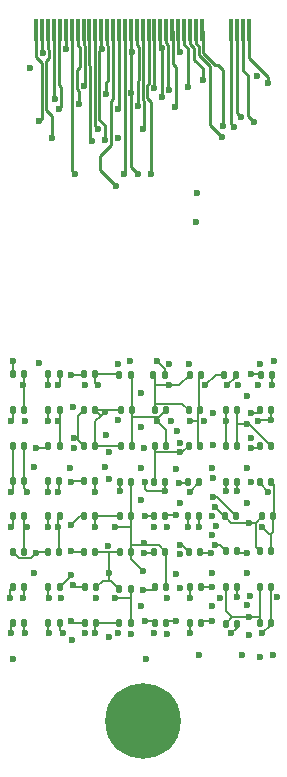
<source format=gbr>
%TF.GenerationSoftware,KiCad,Pcbnew,7.0.5*%
%TF.CreationDate,2023-09-01T16:08:52-05:00*%
%TF.ProjectId,Chimera_0004_Aurora,4368696d-6572-4615-9f30-3030345f4175,rev?*%
%TF.SameCoordinates,Original*%
%TF.FileFunction,Copper,L4,Bot*%
%TF.FilePolarity,Positive*%
%FSLAX46Y46*%
G04 Gerber Fmt 4.6, Leading zero omitted, Abs format (unit mm)*
G04 Created by KiCad (PCBNEW 7.0.5) date 2023-09-01 16:08:52*
%MOMM*%
%LPD*%
G01*
G04 APERTURE LIST*
G04 Aperture macros list*
%AMRoundRect*
0 Rectangle with rounded corners*
0 $1 Rounding radius*
0 $2 $3 $4 $5 $6 $7 $8 $9 X,Y pos of 4 corners*
0 Add a 4 corners polygon primitive as box body*
4,1,4,$2,$3,$4,$5,$6,$7,$8,$9,$2,$3,0*
0 Add four circle primitives for the rounded corners*
1,1,$1+$1,$2,$3*
1,1,$1+$1,$4,$5*
1,1,$1+$1,$6,$7*
1,1,$1+$1,$8,$9*
0 Add four rect primitives between the rounded corners*
20,1,$1+$1,$2,$3,$4,$5,0*
20,1,$1+$1,$4,$5,$6,$7,0*
20,1,$1+$1,$6,$7,$8,$9,0*
20,1,$1+$1,$8,$9,$2,$3,0*%
G04 Aperture macros list end*
%TA.AperFunction,ConnectorPad*%
%ADD10C,6.400000*%
%TD*%
%TA.AperFunction,ComponentPad*%
%ADD11C,3.600000*%
%TD*%
%TA.AperFunction,SMDPad,CuDef*%
%ADD12RoundRect,0.140000X-0.140000X-0.170000X0.140000X-0.170000X0.140000X0.170000X-0.140000X0.170000X0*%
%TD*%
%TA.AperFunction,SMDPad,CuDef*%
%ADD13RoundRect,0.140000X0.140000X0.170000X-0.140000X0.170000X-0.140000X-0.170000X0.140000X-0.170000X0*%
%TD*%
%TA.AperFunction,SMDPad,CuDef*%
%ADD14R,0.350000X1.950000*%
%TD*%
%TA.AperFunction,ViaPad*%
%ADD15C,0.600000*%
%TD*%
%TA.AperFunction,Conductor*%
%ADD16C,0.152400*%
%TD*%
%TA.AperFunction,Conductor*%
%ADD17C,0.254000*%
%TD*%
G04 APERTURE END LIST*
D10*
%TO.P,H1,1*%
%TO.N,N/C*%
X112500000Y-149900000D03*
D11*
X112500000Y-149900000D03*
%TD*%
D12*
%TO.P,C70,2*%
%TO.N,+5V*%
X114480000Y-141600000D03*
%TO.P,C70,1*%
%TO.N,GND*%
X113520000Y-141600000D03*
%TD*%
%TO.P,C69,2*%
%TO.N,+5V*%
X117480000Y-141600000D03*
%TO.P,C69,1*%
%TO.N,GND*%
X116520000Y-141600000D03*
%TD*%
%TO.P,C66,1*%
%TO.N,GND*%
X122420000Y-141600000D03*
%TO.P,C66,2*%
%TO.N,+5V*%
X123380000Y-141600000D03*
%TD*%
%TO.P,C65,1*%
%TO.N,GND*%
X110520000Y-141600000D03*
%TO.P,C65,2*%
%TO.N,+5V*%
X111480000Y-141600000D03*
%TD*%
%TO.P,C63,1*%
%TO.N,GND*%
X119520000Y-141700000D03*
%TO.P,C63,2*%
%TO.N,+5V*%
X120480000Y-141700000D03*
%TD*%
%TO.P,C62,2*%
%TO.N,+5V*%
X123480000Y-120600000D03*
%TO.P,C62,1*%
%TO.N,GND*%
X122520000Y-120600000D03*
%TD*%
%TO.P,C61,2*%
%TO.N,+5V*%
X123380000Y-123600000D03*
%TO.P,C61,1*%
%TO.N,GND*%
X122420000Y-123600000D03*
%TD*%
%TO.P,C59,2*%
%TO.N,+5V*%
X123380000Y-126600000D03*
%TO.P,C59,1*%
%TO.N,GND*%
X122420000Y-126600000D03*
%TD*%
%TO.P,C58,1*%
%TO.N,GND*%
X122420000Y-129700000D03*
%TO.P,C58,2*%
%TO.N,+5V*%
X123380000Y-129700000D03*
%TD*%
%TO.P,C57,1*%
%TO.N,GND*%
X122620000Y-132600000D03*
%TO.P,C57,2*%
%TO.N,+5V*%
X123580000Y-132600000D03*
%TD*%
%TO.P,C55,1*%
%TO.N,GND*%
X122420000Y-135500000D03*
%TO.P,C55,2*%
%TO.N,+5V*%
X123380000Y-135500000D03*
%TD*%
%TO.P,C54,1*%
%TO.N,GND*%
X122420000Y-138600000D03*
%TO.P,C54,2*%
%TO.N,+5V*%
X123380000Y-138600000D03*
%TD*%
%TO.P,C53,1*%
%TO.N,GND*%
X119420000Y-120600000D03*
%TO.P,C53,2*%
%TO.N,+5V*%
X120380000Y-120600000D03*
%TD*%
%TO.P,C51,1*%
%TO.N,GND*%
X119550000Y-123600000D03*
%TO.P,C51,2*%
%TO.N,+5V*%
X120510000Y-123600000D03*
%TD*%
%TO.P,C50,2*%
%TO.N,+5V*%
X120510000Y-126600000D03*
%TO.P,C50,1*%
%TO.N,GND*%
X119550000Y-126600000D03*
%TD*%
%TO.P,C49,2*%
%TO.N,+5V*%
X120510000Y-129700000D03*
%TO.P,C49,1*%
%TO.N,GND*%
X119550000Y-129700000D03*
%TD*%
%TO.P,C48,2*%
%TO.N,+5V*%
X120400000Y-132600000D03*
%TO.P,C48,1*%
%TO.N,GND*%
X119440000Y-132600000D03*
%TD*%
%TO.P,C47,2*%
%TO.N,+5V*%
X120510000Y-135500000D03*
%TO.P,C47,1*%
%TO.N,GND*%
X119550000Y-135500000D03*
%TD*%
%TO.P,C46,2*%
%TO.N,+5V*%
X120480000Y-138600000D03*
%TO.P,C46,1*%
%TO.N,GND*%
X119520000Y-138600000D03*
%TD*%
%TO.P,C45,1*%
%TO.N,GND*%
X116520000Y-120600000D03*
%TO.P,C45,2*%
%TO.N,+5V*%
X117480000Y-120600000D03*
%TD*%
%TO.P,C44,1*%
%TO.N,GND*%
X116390000Y-123600000D03*
%TO.P,C44,2*%
%TO.N,+5V*%
X117350000Y-123600000D03*
%TD*%
%TO.P,C43,1*%
%TO.N,GND*%
X116420000Y-126600000D03*
%TO.P,C43,2*%
%TO.N,+5V*%
X117380000Y-126600000D03*
%TD*%
%TO.P,C42,2*%
%TO.N,+5V*%
X117280000Y-129700000D03*
%TO.P,C42,1*%
%TO.N,GND*%
X116320000Y-129700000D03*
%TD*%
%TO.P,C41,2*%
%TO.N,+5V*%
X117280000Y-132600000D03*
%TO.P,C41,1*%
%TO.N,GND*%
X116320000Y-132600000D03*
%TD*%
%TO.P,C40,2*%
%TO.N,+5V*%
X117380000Y-135600000D03*
%TO.P,C40,1*%
%TO.N,GND*%
X116420000Y-135600000D03*
%TD*%
%TO.P,C39,2*%
%TO.N,+5V*%
X117430000Y-138570000D03*
%TO.P,C39,1*%
%TO.N,GND*%
X116470000Y-138570000D03*
%TD*%
%TO.P,C38,1*%
%TO.N,GND*%
X113420000Y-120600000D03*
%TO.P,C38,2*%
%TO.N,+5V*%
X114380000Y-120600000D03*
%TD*%
%TO.P,C37,1*%
%TO.N,GND*%
X113520000Y-123600000D03*
%TO.P,C37,2*%
%TO.N,+5V*%
X114480000Y-123600000D03*
%TD*%
%TO.P,C36,1*%
%TO.N,GND*%
X113550000Y-126600000D03*
%TO.P,C36,2*%
%TO.N,+5V*%
X114510000Y-126600000D03*
%TD*%
%TO.P,C35,2*%
%TO.N,+5V*%
X114410000Y-129700000D03*
%TO.P,C35,1*%
%TO.N,GND*%
X113450000Y-129700000D03*
%TD*%
%TO.P,C34,2*%
%TO.N,+5V*%
X114410000Y-132600000D03*
%TO.P,C34,1*%
%TO.N,GND*%
X113450000Y-132600000D03*
%TD*%
%TO.P,C33,2*%
%TO.N,+5V*%
X114410000Y-135600000D03*
%TO.P,C33,1*%
%TO.N,GND*%
X113450000Y-135600000D03*
%TD*%
%TO.P,C32,2*%
%TO.N,+5V*%
X114480000Y-138570000D03*
%TO.P,C32,1*%
%TO.N,GND*%
X113520000Y-138570000D03*
%TD*%
%TO.P,C31,1*%
%TO.N,GND*%
X110520000Y-120600000D03*
%TO.P,C31,2*%
%TO.N,+5V*%
X111480000Y-120600000D03*
%TD*%
%TO.P,C30,1*%
%TO.N,GND*%
X110650000Y-123600000D03*
%TO.P,C30,2*%
%TO.N,+5V*%
X111610000Y-123600000D03*
%TD*%
%TO.P,C29,1*%
%TO.N,GND*%
X110680000Y-126600000D03*
%TO.P,C29,2*%
%TO.N,+5V*%
X111640000Y-126600000D03*
%TD*%
%TO.P,C28,2*%
%TO.N,+5V*%
X111540000Y-129700000D03*
%TO.P,C28,1*%
%TO.N,GND*%
X110580000Y-129700000D03*
%TD*%
%TO.P,C27,2*%
%TO.N,+5V*%
X111540000Y-132600000D03*
%TO.P,C27,1*%
%TO.N,GND*%
X110580000Y-132600000D03*
%TD*%
%TO.P,C26,2*%
%TO.N,+5V*%
X111540000Y-135600000D03*
%TO.P,C26,1*%
%TO.N,GND*%
X110580000Y-135600000D03*
%TD*%
%TO.P,C25,2*%
%TO.N,+5V*%
X111480000Y-138750000D03*
%TO.P,C25,1*%
%TO.N,GND*%
X110520000Y-138750000D03*
%TD*%
D13*
%TO.P,C7,1*%
%TO.N,GND*%
X102480000Y-138600000D03*
%TO.P,C7,2*%
%TO.N,+5V*%
X101520000Y-138600000D03*
%TD*%
%TO.P,C2,1*%
%TO.N,GND*%
X102480000Y-123600000D03*
%TO.P,C2,2*%
%TO.N,+5V*%
X101520000Y-123600000D03*
%TD*%
%TO.P,C4,1*%
%TO.N,GND*%
X102480000Y-129600000D03*
%TO.P,C4,2*%
%TO.N,+5V*%
X101520000Y-129600000D03*
%TD*%
%TO.P,C5,1*%
%TO.N,GND*%
X102480000Y-132600000D03*
%TO.P,C5,2*%
%TO.N,+5V*%
X101520000Y-132600000D03*
%TD*%
%TO.P,C6,1*%
%TO.N,GND*%
X102480000Y-135600000D03*
%TO.P,C6,2*%
%TO.N,+5V*%
X101520000Y-135600000D03*
%TD*%
%TO.P,C22,2*%
%TO.N,+5V*%
X107520000Y-135600000D03*
%TO.P,C22,1*%
%TO.N,GND*%
X108480000Y-135600000D03*
%TD*%
%TO.P,C10,2*%
%TO.N,+5V*%
X104520000Y-123600000D03*
%TO.P,C10,1*%
%TO.N,GND*%
X105480000Y-123600000D03*
%TD*%
%TO.P,C20,2*%
%TO.N,+5V*%
X107520000Y-129600000D03*
%TO.P,C20,1*%
%TO.N,GND*%
X108480000Y-129600000D03*
%TD*%
%TO.P,C1,1*%
%TO.N,GND*%
X102480000Y-120550000D03*
%TO.P,C1,2*%
%TO.N,+5V*%
X101520000Y-120550000D03*
%TD*%
%TO.P,C3,1*%
%TO.N,GND*%
X102480000Y-126600000D03*
%TO.P,C3,2*%
%TO.N,+5V*%
X101520000Y-126600000D03*
%TD*%
%TO.P,C9,2*%
%TO.N,+5V*%
X104520000Y-120550000D03*
%TO.P,C9,1*%
%TO.N,GND*%
X105480000Y-120550000D03*
%TD*%
%TO.P,C11,2*%
%TO.N,+5V*%
X104520000Y-126600000D03*
%TO.P,C11,1*%
%TO.N,GND*%
X105480000Y-126600000D03*
%TD*%
%TO.P,C12,2*%
%TO.N,+5V*%
X104475200Y-129600000D03*
%TO.P,C12,1*%
%TO.N,GND*%
X105435200Y-129600000D03*
%TD*%
%TO.P,C13,2*%
%TO.N,+5V*%
X104520000Y-132600000D03*
%TO.P,C13,1*%
%TO.N,GND*%
X105480000Y-132600000D03*
%TD*%
%TO.P,C14,2*%
%TO.N,+5V*%
X104475200Y-135600000D03*
%TO.P,C14,1*%
%TO.N,GND*%
X105435200Y-135600000D03*
%TD*%
%TO.P,C15,2*%
%TO.N,+5V*%
X104520000Y-138600000D03*
%TO.P,C15,1*%
%TO.N,GND*%
X105480000Y-138600000D03*
%TD*%
%TO.P,C17,2*%
%TO.N,+5V*%
X107520000Y-120550000D03*
%TO.P,C17,1*%
%TO.N,GND*%
X108480000Y-120550000D03*
%TD*%
%TO.P,C19,2*%
%TO.N,+5V*%
X107520000Y-126600000D03*
%TO.P,C19,1*%
%TO.N,GND*%
X108480000Y-126600000D03*
%TD*%
%TO.P,C18,2*%
%TO.N,+5V*%
X107520000Y-123600000D03*
%TO.P,C18,1*%
%TO.N,GND*%
X108480000Y-123600000D03*
%TD*%
%TO.P,C16,2*%
%TO.N,+5V*%
X104520000Y-141600000D03*
%TO.P,C16,1*%
%TO.N,GND*%
X105480000Y-141600000D03*
%TD*%
%TO.P,C21,2*%
%TO.N,+5V*%
X107520000Y-132600000D03*
%TO.P,C21,1*%
%TO.N,GND*%
X108480000Y-132600000D03*
%TD*%
%TO.P,C23,2*%
%TO.N,+5V*%
X107605200Y-138600000D03*
%TO.P,C23,1*%
%TO.N,GND*%
X108565200Y-138600000D03*
%TD*%
%TO.P,C8,1*%
%TO.N,GND*%
X102480000Y-141600000D03*
%TO.P,C8,2*%
%TO.N,+5V*%
X101520000Y-141600000D03*
%TD*%
%TO.P,C24,2*%
%TO.N,+5V*%
X107605200Y-141600000D03*
%TO.P,C24,1*%
%TO.N,GND*%
X108565200Y-141600000D03*
%TD*%
D14*
%TO.P,U2,2,1*%
%TO.N,Net-(CN1-1-Pad73)*%
X103500000Y-91425000D03*
%TO.P,U2,4,1*%
%TO.N,Net-(CN1-1-Pad71)*%
X104000000Y-91425000D03*
%TO.P,U2,6,1*%
%TO.N,Net-(CN1-1-Pad69)*%
X104500000Y-91425000D03*
%TO.P,U2,8,1*%
%TO.N,Net-(CN1-1-Pad67)*%
X105000000Y-91425000D03*
%TO.P,U2,10,1*%
%TO.N,Net-(CN1-1-Pad66)*%
X105500000Y-91425000D03*
%TO.P,U2,12,12*%
%TO.N,Net-(CN1-20-Pad63)*%
X106000000Y-91425000D03*
%TO.P,U2,14,14*%
%TO.N,Net-(CN1-20-Pad61)*%
X106500000Y-91425000D03*
%TO.P,U2,16,16*%
%TO.N,Net-(CN1-20-Pad59)*%
X107000000Y-91425000D03*
%TO.P,U2,18,18*%
%TO.N,Net-(CN1-20-Pad57)*%
X107500000Y-91425000D03*
%TO.P,U2,20,20*%
%TO.N,Net-(CN1-20-Pad55)*%
X108000000Y-91425000D03*
%TO.P,U2,22,20*%
%TO.N,Net-(CN1-20-Pad53)*%
X108500000Y-91425000D03*
%TO.P,U2,24,20*%
%TO.N,Net-(CN1-20-Pad51)*%
X109000000Y-91425000D03*
%TO.P,U2,26,20*%
%TO.N,Net-(CN1-20-Pad49)*%
X109500000Y-91425000D03*
%TO.P,U2,28,20*%
%TO.N,LED_DI*%
X110000000Y-91425000D03*
%TO.P,U2,30,20*%
%TO.N,Net-(CN1-20-Pad45)*%
X110500000Y-91425000D03*
%TO.P,U2,32,20*%
%TO.N,Net-(CN1-20-Pad43)*%
X111000000Y-91425000D03*
%TO.P,U2,34,20*%
%TO.N,Net-(CN1-20-Pad41)*%
X111500000Y-91425000D03*
%TO.P,U2,36,20*%
%TO.N,Net-(CN1-20-Pad39)*%
X112000000Y-91425000D03*
%TO.P,U2,38,20*%
%TO.N,Net-(CN1-20-Pad37)*%
X112500000Y-91425000D03*
%TO.P,U2,40,20*%
%TO.N,Net-(CN1-20-Pad35)*%
X113000000Y-91425000D03*
%TO.P,U2,42,20*%
%TO.N,Net-(CN1-20-Pad33)*%
X113500000Y-91425000D03*
%TO.P,U2,44,20*%
%TO.N,Net-(CN1-20-Pad31)*%
X114000000Y-91425000D03*
%TO.P,U2,46,20*%
%TO.N,Net-(CN1-20-Pad29)*%
X114500000Y-91425000D03*
%TO.P,U2,48,20*%
%TO.N,Net-(CN1-20-Pad27)*%
X115000000Y-91425000D03*
%TO.P,U2,50,20*%
%TO.N,Net-(CN1-20-Pad25)*%
X115500000Y-91425000D03*
%TO.P,U2,52,20*%
%TO.N,Net-(CN1-20-Pad23)*%
X116000000Y-91425000D03*
%TO.P,U2,54,20*%
%TO.N,Net-(CN1-20-Pad21)*%
X116500000Y-91425000D03*
%TO.P,U2,56,20*%
%TO.N,Net-(CN1-1-Pad11)*%
X117000000Y-91425000D03*
%TO.P,U2,58,20*%
%TO.N,Net-(CN1-1-Pad9)*%
X117500000Y-91425000D03*
%TO.P,U2,68,1*%
%TO.N,Net-(CN1-1-Pad7)*%
X120000000Y-91425000D03*
%TO.P,U2,70,1*%
%TO.N,Net-(CN1-1-Pad5)*%
X120500000Y-91425000D03*
%TO.P,U2,72,1*%
%TO.N,Net-(CN1-1-Pad3)*%
X121000000Y-91425000D03*
%TO.P,U2,74,1*%
%TO.N,+3V3*%
X121500000Y-91425000D03*
%TD*%
D15*
%TO.N,LED_DO*%
X122400000Y-144500000D03*
X110400000Y-100600000D03*
%TO.N,+5V*%
X117100000Y-105200000D03*
X117000000Y-107700000D03*
%TO.N,Net-(LED56-DO)*%
X121500000Y-142672900D03*
X123645300Y-119459600D03*
%TO.N,Net-(LED50-DO)*%
X119047200Y-139500000D03*
X120552900Y-121502800D03*
%TO.N,Net-(LED41-DO)*%
X115443500Y-125400000D03*
X112750000Y-144702800D03*
%TO.N,Net-(LED34-DO)*%
X115649000Y-131449900D03*
X118344000Y-132565000D03*
%TO.N,Net-(LED32-DO)*%
X109650000Y-142827700D03*
X114740700Y-119692500D03*
%TO.N,Net-(LED26-DO)*%
X107600000Y-142500000D03*
X111455800Y-119459600D03*
%TO.N,Net-(LED18-DO)*%
X106533300Y-143100000D03*
X107600000Y-121500000D03*
%TO.N,Net-(LED10-DO)*%
X103750600Y-119599400D03*
X101514200Y-144702800D03*
%TO.N,LED_DI*%
X110250000Y-104607100D03*
%TO.N,Net-(CN1-20-Pad31)*%
X114156000Y-97054400D03*
X114125000Y-92928000D03*
%TO.N,Net-(CN1-20-Pad29)*%
X114748000Y-96463100D03*
%TO.N,Net-(CN1-1-Pad9)*%
X119343000Y-99507100D03*
%TO.N,Net-(CN1-20-Pad63)*%
X105985000Y-93010900D03*
%TO.N,Net-(CN1-1-Pad7)*%
X120251000Y-99629000D03*
%TO.N,Net-(CN1-1-Pad67)*%
X105045000Y-97221400D03*
%TO.N,Net-(CN1-20-Pad61)*%
X106750000Y-103598000D03*
%TO.N,Net-(CN1-20-Pad59)*%
X107144000Y-97644100D03*
%TO.N,Net-(CN1-20-Pad57)*%
X107524000Y-96199400D03*
%TO.N,Net-(CN1-20-Pad55)*%
X108174000Y-100800000D03*
%TO.N,Net-(CN1-20-Pad53)*%
X108696500Y-99795501D03*
%TO.N,Net-(CN1-20-Pad51)*%
X109283500Y-100700000D03*
X109038000Y-92998700D03*
%TO.N,Net-(CN1-20-Pad49)*%
X109404000Y-96835300D03*
%TO.N,Net-(CN1-20-Pad45)*%
X110400000Y-98100000D03*
%TO.N,Net-(CN1-20-Pad43)*%
X110951000Y-103640000D03*
%TO.N,+3V3*%
X123100000Y-95900000D03*
%TO.N,Net-(CN1-20-Pad41)*%
X111635000Y-93248200D03*
X111556000Y-96746600D03*
X112109000Y-103629000D03*
%TO.N,Net-(CN1-1-Pad73)*%
X103768000Y-99155600D03*
%TO.N,Net-(CN1-1-Pad71)*%
X104045000Y-93369500D03*
%TO.N,Net-(CN1-1-Pad69)*%
X104817000Y-100573000D03*
%TO.N,Net-(CN1-20-Pad39)*%
X112085000Y-97876300D03*
%TO.N,Net-(CN1-1-Pad5)*%
X120831000Y-98800000D03*
%TO.N,Net-(CN1-20-Pad37)*%
X112519000Y-99831700D03*
%TO.N,Net-(CN1-20-Pad35)*%
X113250000Y-103607000D03*
%TO.N,Net-(CN1-20-Pad33)*%
X113453000Y-96299800D03*
%TO.N,Net-(CN1-1-Pad66)*%
X105453500Y-98100000D03*
%TO.N,Net-(CN1-20-Pad27)*%
X115250000Y-97947800D03*
%TO.N,Net-(CN1-20-Pad25)*%
X115631000Y-93269900D03*
%TO.N,Net-(CN1-20-Pad23)*%
X116306000Y-96281400D03*
%TO.N,Net-(CN1-20-Pad21)*%
X117612000Y-95617700D03*
%TO.N,Net-(CN1-1-Pad11)*%
X119196000Y-100500000D03*
%TO.N,Net-(CN1-1-Pad3)*%
X121900000Y-99200000D03*
%TO.N,+5V*%
X101305000Y-139500000D03*
X101353400Y-142500000D03*
X103500000Y-135743400D03*
X104450000Y-133500000D03*
X106450000Y-135556500D03*
X106450000Y-129652200D03*
X106605600Y-138414100D03*
X106450000Y-141454700D03*
X106450000Y-133313100D03*
X106666600Y-125971500D03*
X101491900Y-119459600D03*
X101355000Y-133500000D03*
X101355000Y-130500000D03*
X101355000Y-124500000D03*
X113700000Y-124500000D03*
X113700000Y-119459600D03*
X116500000Y-124500000D03*
X119650000Y-121500000D03*
X122598200Y-133500400D03*
X119999800Y-142500000D03*
X122648100Y-142500000D03*
X104560900Y-142500000D03*
X106450000Y-120667800D03*
X104612200Y-139490200D03*
X104450000Y-130500000D03*
X103500000Y-126784000D03*
X104450000Y-121500000D03*
X104450000Y-124500000D03*
X110198400Y-139512700D03*
X110200000Y-133500000D03*
X115350000Y-132495300D03*
X114410000Y-130464900D03*
X118344500Y-138546100D03*
X118331400Y-135743400D03*
X117280000Y-133470000D03*
X116500000Y-130500000D03*
X120480000Y-139465000D03*
X121331000Y-135743400D03*
X118500000Y-131000000D03*
X120510000Y-130480000D03*
X121314400Y-124754100D03*
X123380000Y-124466900D03*
X123480000Y-121465000D03*
X118338000Y-141499200D03*
X115350000Y-141454700D03*
X106647600Y-123337700D03*
X110450000Y-119678500D03*
X113450000Y-133470400D03*
X115651900Y-126350400D03*
X110450000Y-124471700D03*
X110450000Y-142468700D03*
X112650900Y-134881900D03*
X109650000Y-127189600D03*
X112500000Y-137200000D03*
X109650000Y-129398800D03*
X113450000Y-142473800D03*
X115655200Y-135824700D03*
X112649500Y-126784000D03*
X116450000Y-119684600D03*
X115668000Y-138667400D03*
X109549000Y-135093400D03*
X112669900Y-129708000D03*
X118496600Y-123817700D03*
X118499100Y-126588100D03*
X122450000Y-119681400D03*
X121622000Y-139320000D03*
X118501200Y-129389400D03*
X122269800Y-124500000D03*
X118683700Y-133400000D03*
X121655700Y-125978600D03*
X121669900Y-129708000D03*
X106668700Y-126811200D03*
%TO.N,GND*%
X102923000Y-94656200D03*
X122200000Y-95300000D03*
X102401600Y-139500000D03*
X102559200Y-142500000D03*
X106448900Y-137553700D03*
X105350000Y-133500000D03*
X109650000Y-137378400D03*
X108500000Y-130500000D03*
X108500000Y-142500000D03*
X108500000Y-133500000D03*
X102400000Y-121500000D03*
X102680300Y-133500000D03*
X102750000Y-130500000D03*
X114701200Y-121501200D03*
X117778100Y-121500000D03*
X123151900Y-130500000D03*
X105766500Y-142500000D03*
X109343700Y-123763600D03*
X108700000Y-121500000D03*
X105350000Y-130500000D03*
X105350000Y-121500000D03*
X105350000Y-124500000D03*
X110580000Y-130476200D03*
X112500000Y-138800000D03*
X112652800Y-135743400D03*
X112666200Y-132536400D03*
X115657500Y-127162500D03*
X116470000Y-139470000D03*
X115653300Y-135015200D03*
X116320000Y-133479900D03*
X115594500Y-129800500D03*
X121500000Y-141146000D03*
X118653300Y-134983600D03*
X121500000Y-133128900D03*
X119550000Y-130481200D03*
X119550000Y-124500000D03*
X121661000Y-126784000D03*
X121666200Y-123848800D03*
X121652300Y-120555000D03*
X116520000Y-142480000D03*
X112664000Y-141454700D03*
X105550000Y-139525000D03*
X106348100Y-128496200D03*
X102550000Y-124509200D03*
X103329000Y-128419000D03*
X109359200Y-125669100D03*
X103337600Y-137378400D03*
X112329100Y-122191000D03*
X112340100Y-140180000D03*
X114550000Y-133532800D03*
X118353900Y-128546200D03*
X112351900Y-125003000D03*
X111550000Y-142518400D03*
X115350000Y-137440600D03*
X118600000Y-131800000D03*
X112335200Y-128546200D03*
X114550000Y-139535100D03*
X118349500Y-134170600D03*
X112347200Y-131172900D03*
X114918800Y-124519400D03*
X114550000Y-142532900D03*
X118347900Y-137433900D03*
X115334700Y-128601700D03*
X118348900Y-140171200D03*
X117728100Y-124515000D03*
X117295400Y-144307400D03*
X121336100Y-122435300D03*
X121351900Y-140088600D03*
X120903000Y-144305800D03*
X123882700Y-139467000D03*
X121335200Y-128546200D03*
X122269800Y-121500000D03*
X121346900Y-131471200D03*
X123550000Y-144302100D03*
X121339500Y-137378400D03*
X108550000Y-139525000D03*
X109338600Y-128400900D03*
%TD*%
D16*
%TO.N,+5V*%
X123380000Y-124466900D02*
X122302900Y-124466900D01*
X122302900Y-124466900D02*
X122269800Y-124500000D01*
%TO.N,GND*%
X119400000Y-132600000D02*
X118600000Y-131800000D01*
X119440000Y-132600000D02*
X119400000Y-132600000D01*
D17*
%TO.N,Net-(CN1-20-Pad51)*%
X108846000Y-93191100D02*
X109038000Y-92998700D01*
X108846000Y-99046000D02*
X108846000Y-93191100D01*
X109283500Y-99483500D02*
X108846000Y-99046000D01*
X109283500Y-100700000D02*
X109283500Y-99483500D01*
%TO.N,Net-(CN1-20-Pad53)*%
X108500000Y-92655900D02*
X108500000Y-91425000D01*
X108463000Y-92692700D02*
X108500000Y-92655900D01*
X108463000Y-99562001D02*
X108463000Y-92692700D01*
X108696500Y-99795501D02*
X108463000Y-99562001D01*
%TO.N,LED_DI*%
X109840000Y-101160000D02*
X108900000Y-102100000D01*
X108900000Y-103257100D02*
X110250000Y-104607100D01*
X109800000Y-99647625D02*
X109840000Y-99687625D01*
X109840000Y-99687625D02*
X109840000Y-101160000D01*
X109800000Y-97450425D02*
X109800000Y-99647625D01*
X110000000Y-97250425D02*
X109800000Y-97450425D01*
X108900000Y-102100000D02*
X108900000Y-103257100D01*
X110000000Y-91425000D02*
X110000000Y-97250425D01*
%TO.N,Net-(CN1-20-Pad55)*%
X108000000Y-94355600D02*
X108000000Y-91425000D01*
X108080000Y-94435900D02*
X108000000Y-94355600D01*
X108174000Y-100800000D02*
X108080000Y-100706000D01*
X108080000Y-100706000D02*
X108080000Y-94435900D01*
D16*
%TO.N,+5V*%
X111540000Y-136240000D02*
X111540000Y-135600000D01*
X112500000Y-137200000D02*
X111540000Y-136240000D01*
%TO.N,GND*%
X119968900Y-133128900D02*
X121500000Y-133128900D01*
X119440000Y-132600000D02*
X119968900Y-133128900D01*
X121500000Y-133128900D02*
X122091100Y-133128900D01*
%TO.N,+5V*%
X112669900Y-130269900D02*
X112669900Y-129708000D01*
X112864900Y-130464900D02*
X112669900Y-130269900D01*
X114410000Y-130464900D02*
X112864900Y-130464900D01*
%TO.N,GND*%
X113290000Y-138800000D02*
X113520000Y-138570000D01*
X112500000Y-138800000D02*
X113290000Y-138800000D01*
%TO.N,+5V*%
X117280000Y-129720000D02*
X116500000Y-130500000D01*
X117280000Y-129700000D02*
X117280000Y-129720000D01*
X118800000Y-131000000D02*
X120400000Y-132600000D01*
X118500000Y-131000000D02*
X118800000Y-131000000D01*
D17*
%TO.N,Net-(CN1-1-Pad66)*%
X105430000Y-91495000D02*
X105500000Y-91425000D01*
X105599000Y-96253400D02*
X105430000Y-96084400D01*
X105430000Y-96084400D02*
X105430000Y-91495000D01*
X105599000Y-97954500D02*
X105599000Y-96253400D01*
X105453500Y-98100000D02*
X105599000Y-97954500D01*
%TO.N,Net-(CN1-20-Pad59)*%
X107100000Y-97600100D02*
X107144000Y-97644100D01*
X107100000Y-96558875D02*
X107100000Y-97600100D01*
X106970000Y-96428875D02*
X107100000Y-96558875D01*
X107238000Y-94562000D02*
X106970000Y-94830000D01*
X107238000Y-92932700D02*
X107238000Y-94562000D01*
X107000000Y-92694700D02*
X107238000Y-92932700D01*
X107000000Y-91425000D02*
X107000000Y-92694700D01*
X106970000Y-94830000D02*
X106970000Y-96428875D01*
%TO.N,Net-(CN1-20-Pad45)*%
X110500000Y-98000000D02*
X110500000Y-91425000D01*
X110400000Y-98100000D02*
X110500000Y-98000000D01*
%TO.N,+3V3*%
X123100000Y-95416525D02*
X121500000Y-93816525D01*
X123100000Y-95900000D02*
X123100000Y-95416525D01*
X121500000Y-93816525D02*
X121500000Y-91425000D01*
%TO.N,Net-(CN1-20-Pad31)*%
X114000000Y-92803000D02*
X114125000Y-92928000D01*
X114000000Y-91425000D02*
X114000000Y-92803000D01*
X114156000Y-92959100D02*
X114125000Y-92928000D01*
X114156000Y-97054400D02*
X114156000Y-92959100D01*
%TO.N,Net-(CN1-20-Pad29)*%
X114500000Y-92516800D02*
X114500000Y-91425000D01*
X114681000Y-92697700D02*
X114500000Y-92516800D01*
X114681000Y-96395600D02*
X114681000Y-92697700D01*
X114748000Y-96463100D02*
X114681000Y-96395600D01*
%TO.N,Net-(CN1-1-Pad9)*%
X117649000Y-91573700D02*
X117500000Y-91425000D01*
X117649000Y-93357400D02*
X117649000Y-91573700D01*
X118658000Y-94366900D02*
X117649000Y-93357400D01*
X118903000Y-94366900D02*
X118658000Y-94366900D01*
X119343000Y-94807000D02*
X118903000Y-94366900D01*
X119343000Y-99507100D02*
X119343000Y-94807000D01*
%TO.N,Net-(CN1-20-Pad63)*%
X106000000Y-92996300D02*
X106000000Y-91425000D01*
X105985000Y-93010900D02*
X106000000Y-92996300D01*
%TO.N,Net-(CN1-1-Pad7)*%
X120000000Y-99377800D02*
X120251000Y-99629000D01*
X120000000Y-91425000D02*
X120000000Y-99377800D01*
%TO.N,Net-(CN1-1-Pad67)*%
X105000000Y-97176300D02*
X105045000Y-97221400D01*
X105000000Y-91425000D02*
X105000000Y-97176300D01*
%TO.N,Net-(CN1-20-Pad61)*%
X106541000Y-103389000D02*
X106750000Y-103598000D01*
X106541000Y-92696800D02*
X106541000Y-103389000D01*
X106500000Y-92655900D02*
X106541000Y-92696800D01*
X106500000Y-91425000D02*
X106500000Y-92655900D01*
%TO.N,Net-(CN1-20-Pad57)*%
X107619000Y-96104700D02*
X107524000Y-96199400D01*
X107619000Y-92774900D02*
X107619000Y-96104700D01*
X107500000Y-92655900D02*
X107619000Y-92774900D01*
X107500000Y-91425000D02*
X107500000Y-92655900D01*
%TO.N,Net-(CN1-20-Pad51)*%
X109000000Y-92960200D02*
X109038000Y-92998700D01*
X109000000Y-91425000D02*
X109000000Y-92960200D01*
%TO.N,Net-(CN1-20-Pad49)*%
X109378000Y-96809500D02*
X109404000Y-96835300D01*
X109378000Y-95885400D02*
X109378000Y-96809500D01*
X109594000Y-95669500D02*
X109378000Y-95885400D01*
X109594000Y-92750300D02*
X109594000Y-95669500D01*
X109500000Y-92655900D02*
X109594000Y-92750300D01*
X109500000Y-91425000D02*
X109500000Y-92655900D01*
%TO.N,Net-(CN1-20-Pad43)*%
X111000000Y-103591000D02*
X111000000Y-91425000D01*
X110951000Y-103640000D02*
X111000000Y-103591000D01*
%TO.N,Net-(CN1-20-Pad41)*%
X111527000Y-93248200D02*
X111635000Y-93248200D01*
X111527000Y-103047000D02*
X111527000Y-96746600D01*
X112109000Y-103629000D02*
X111527000Y-103047000D01*
X111527000Y-93248200D02*
X111527000Y-96746600D01*
X111500000Y-92655900D02*
X111500000Y-91425000D01*
X111527000Y-92682900D02*
X111500000Y-92655900D01*
X111527000Y-93248200D02*
X111527000Y-92682900D01*
X111527000Y-96746600D02*
X111556000Y-96746600D01*
%TO.N,Net-(CN1-1-Pad73)*%
X103944000Y-98979500D02*
X103768000Y-99155600D01*
X103944000Y-94188300D02*
X103944000Y-98979500D01*
X103489000Y-93733200D02*
X103944000Y-94188300D01*
X103489000Y-92666500D02*
X103489000Y-93733200D01*
X103500000Y-92655900D02*
X103489000Y-92666500D01*
X103500000Y-91425000D02*
X103500000Y-92655900D01*
%TO.N,Net-(CN1-1-Pad71)*%
X104000000Y-93324200D02*
X104045000Y-93369500D01*
X104000000Y-91425000D02*
X104000000Y-93324200D01*
%TO.N,Net-(CN1-1-Pad69)*%
X104817000Y-98716600D02*
X104817000Y-100573000D01*
X104326000Y-98225500D02*
X104817000Y-98716600D01*
X104326000Y-94030500D02*
X104326000Y-98225500D01*
X104599000Y-93756700D02*
X104326000Y-94030500D01*
X104599000Y-93140000D02*
X104599000Y-93756700D01*
X104500000Y-93040700D02*
X104599000Y-93140000D01*
X104500000Y-91425000D02*
X104500000Y-93040700D01*
%TO.N,Net-(CN1-20-Pad39)*%
X112130000Y-97831300D02*
X112085000Y-97876300D01*
X112130000Y-95753600D02*
X112130000Y-97831300D01*
X112191000Y-95692400D02*
X112130000Y-95753600D01*
X112191000Y-92871500D02*
X112191000Y-95692400D01*
X112000000Y-92680400D02*
X112191000Y-92871500D01*
X112000000Y-91425000D02*
X112000000Y-92680400D01*
%TO.N,Net-(CN1-1-Pad5)*%
X120500000Y-98468700D02*
X120500000Y-91425000D01*
X120831000Y-98800000D02*
X120500000Y-98468700D01*
%TO.N,Net-(CN1-20-Pad37)*%
X112642000Y-99708700D02*
X112519000Y-99831700D01*
X112642000Y-97443200D02*
X112642000Y-99708700D01*
X112513000Y-97314400D02*
X112642000Y-97443200D01*
X112513000Y-95912200D02*
X112513000Y-97314400D01*
X112574000Y-95851000D02*
X112513000Y-95912200D01*
X112574000Y-92690600D02*
X112574000Y-95851000D01*
X112500000Y-92616600D02*
X112574000Y-92690600D01*
X112500000Y-91425000D02*
X112500000Y-92616600D01*
%TO.N,Net-(CN1-20-Pad35)*%
X113250000Y-97510100D02*
X113250000Y-103607000D01*
X112896000Y-97155800D02*
X113250000Y-97510100D01*
X112896000Y-96070800D02*
X112896000Y-97155800D01*
X113000000Y-95966500D02*
X112896000Y-96070800D01*
X113000000Y-91425000D02*
X113000000Y-95966500D01*
%TO.N,Net-(CN1-20-Pad33)*%
X113453000Y-92703100D02*
X113453000Y-96299800D01*
X113500000Y-92655900D02*
X113453000Y-92703100D01*
X113500000Y-91425000D02*
X113500000Y-92655900D01*
%TO.N,Net-(CN1-20-Pad27)*%
X115064000Y-91488800D02*
X115000000Y-91425000D01*
X115064000Y-94319900D02*
X115064000Y-91488800D01*
X115304000Y-94560500D02*
X115064000Y-94319900D01*
X115304000Y-97893200D02*
X115304000Y-94560500D01*
X115250000Y-97947800D02*
X115304000Y-97893200D01*
%TO.N,Net-(CN1-20-Pad25)*%
X115500000Y-93138500D02*
X115631000Y-93269900D01*
X115500000Y-91425000D02*
X115500000Y-93138500D01*
%TO.N,Net-(CN1-20-Pad23)*%
X116306000Y-92962000D02*
X116306000Y-96281400D01*
X116000000Y-92655900D02*
X116306000Y-92962000D01*
X116000000Y-91425000D02*
X116000000Y-92655900D01*
%TO.N,Net-(CN1-20-Pad21)*%
X117612000Y-94675000D02*
X117612000Y-95617700D01*
X116883000Y-93946000D02*
X117612000Y-94675000D01*
X116883000Y-92980600D02*
X116883000Y-93946000D01*
X116500000Y-92597700D02*
X116883000Y-92980600D01*
X116500000Y-91425000D02*
X116500000Y-92597700D01*
%TO.N,Net-(CN1-1-Pad11)*%
X117000000Y-92556200D02*
X117000000Y-91425000D01*
X117266000Y-92822000D02*
X117000000Y-92556200D01*
X117266000Y-93565800D02*
X117266000Y-92822000D01*
X118166000Y-94465900D02*
X117266000Y-93565800D01*
X118166000Y-99469600D02*
X118166000Y-94465900D01*
X119196000Y-100500000D02*
X118166000Y-99469600D01*
%TO.N,Net-(CN1-1-Pad3)*%
X121000000Y-94862900D02*
X121000000Y-91425000D01*
X121390000Y-95252900D02*
X121000000Y-94862900D01*
X121390000Y-98690000D02*
X121390000Y-95252900D01*
X121900000Y-99200000D02*
X121390000Y-98690000D01*
D16*
%TO.N,+5V*%
X101305000Y-138815000D02*
X101305000Y-139500000D01*
X101520000Y-138600000D02*
X101305000Y-138815000D01*
X103643400Y-135600000D02*
X103500000Y-135743400D01*
X104475200Y-135600000D02*
X103643400Y-135600000D01*
X104520000Y-133430000D02*
X104450000Y-133500000D01*
X104520000Y-132600000D02*
X104520000Y-133430000D01*
X106493500Y-135600000D02*
X106450000Y-135556500D01*
X107520000Y-135600000D02*
X106493500Y-135600000D01*
X106502200Y-129600000D02*
X106450000Y-129652200D01*
X107520000Y-129600000D02*
X106502200Y-129600000D01*
X106791500Y-138600000D02*
X106605600Y-138414100D01*
X107605200Y-138600000D02*
X106791500Y-138600000D01*
X106595300Y-141600000D02*
X106450000Y-141454700D01*
X107605200Y-141600000D02*
X106595300Y-141600000D01*
X107163100Y-132600000D02*
X106450000Y-133313100D01*
X107520000Y-132600000D02*
X107163100Y-132600000D01*
X101520000Y-129600000D02*
X101520000Y-126600000D01*
X101520000Y-119487700D02*
X101520000Y-120550000D01*
X101491900Y-119459600D02*
X101520000Y-119487700D01*
X102073000Y-136153000D02*
X101520000Y-135600000D01*
X103090400Y-136153000D02*
X102073000Y-136153000D01*
X103500000Y-135743400D02*
X103090400Y-136153000D01*
X101520000Y-133335000D02*
X101520000Y-132600000D01*
X101355000Y-133500000D02*
X101520000Y-133335000D01*
X101520000Y-130335000D02*
X101520000Y-129600000D01*
X101355000Y-130500000D02*
X101520000Y-130335000D01*
X101520000Y-124335000D02*
X101520000Y-123600000D01*
X101355000Y-124500000D02*
X101520000Y-124335000D01*
X111610000Y-120730000D02*
X111610000Y-123600000D01*
X111480000Y-120600000D02*
X111610000Y-120730000D01*
X111640000Y-123630000D02*
X111640000Y-124160300D01*
X111610000Y-123600000D02*
X111640000Y-123630000D01*
X111640000Y-124160300D02*
X111640000Y-126600000D01*
X114510000Y-125310000D02*
X114510000Y-126600000D01*
X113700000Y-124500000D02*
X114510000Y-125310000D01*
X113700000Y-124160300D02*
X113700000Y-124500000D01*
X113919700Y-124160300D02*
X113700000Y-124160300D01*
X114480000Y-123600000D02*
X113919700Y-124160300D01*
X113700000Y-124160300D02*
X111640000Y-124160300D01*
X114380000Y-120139600D02*
X114380000Y-120600000D01*
X113700000Y-119459600D02*
X114380000Y-120139600D01*
X120380000Y-120770000D02*
X120380000Y-120600000D01*
X119650000Y-121500000D02*
X120380000Y-120770000D01*
X117273000Y-123523000D02*
X117350000Y-123600000D01*
X117273000Y-120807000D02*
X117273000Y-123523000D01*
X117480000Y-120600000D02*
X117273000Y-120807000D01*
X123380000Y-141600000D02*
X123380000Y-138600000D01*
X123380000Y-134109700D02*
X123380000Y-135500000D01*
X123580000Y-133909700D02*
X123580000Y-132600000D01*
X123380000Y-134109700D02*
X123580000Y-133909700D01*
X123657000Y-129977000D02*
X123380000Y-129700000D01*
X123657000Y-132523000D02*
X123657000Y-129977000D01*
X123580000Y-132600000D02*
X123657000Y-132523000D01*
X120480000Y-142019800D02*
X120480000Y-141700000D01*
X119999800Y-142500000D02*
X120480000Y-142019800D01*
X123380000Y-141768100D02*
X123380000Y-141600000D01*
X122648100Y-142500000D02*
X123380000Y-141768100D01*
X104520000Y-142459100D02*
X104520000Y-141600000D01*
X104560900Y-142500000D02*
X104520000Y-142459100D01*
X107402200Y-120667800D02*
X107520000Y-120550000D01*
X106450000Y-120667800D02*
X107402200Y-120667800D01*
X104475200Y-130474800D02*
X104475200Y-129600000D01*
X104450000Y-130500000D02*
X104475200Y-130474800D01*
X104336000Y-126784000D02*
X104520000Y-126600000D01*
X103500000Y-126784000D02*
X104336000Y-126784000D01*
X104520000Y-121430000D02*
X104520000Y-120550000D01*
X104450000Y-121500000D02*
X104520000Y-121430000D01*
X104520000Y-124430000D02*
X104520000Y-123600000D01*
X104450000Y-124500000D02*
X104520000Y-124430000D01*
X111480000Y-138750000D02*
X111480000Y-139512700D01*
X111480000Y-139512700D02*
X111480000Y-141600000D01*
X110200000Y-133500000D02*
X111540000Y-133500000D01*
X111540000Y-133500000D02*
X111540000Y-132600000D01*
X111540000Y-132600000D02*
X111540000Y-129700000D01*
X114480000Y-135670000D02*
X114480000Y-138570000D01*
X114410000Y-135600000D02*
X114480000Y-135670000D01*
X113868800Y-135058800D02*
X114410000Y-135600000D01*
X111540000Y-135058800D02*
X113868800Y-135058800D01*
X111540000Y-133500000D02*
X111540000Y-135058800D01*
X111540000Y-135058800D02*
X111540000Y-135600000D01*
X114514700Y-132495300D02*
X114410000Y-132600000D01*
X115350000Y-132495300D02*
X114514700Y-132495300D01*
X114410000Y-129700000D02*
X114410000Y-130464900D01*
X117453900Y-138546100D02*
X117430000Y-138570000D01*
X118344500Y-138546100D02*
X117453900Y-138546100D01*
X117523400Y-135743400D02*
X117380000Y-135600000D01*
X118331400Y-135743400D02*
X117523400Y-135743400D01*
X117280000Y-133470000D02*
X117280000Y-132600000D01*
X120480000Y-138600000D02*
X120480000Y-139465000D01*
X120753400Y-135743400D02*
X120510000Y-135500000D01*
X121331000Y-135743400D02*
X120753400Y-135743400D01*
X120510000Y-129700000D02*
X120510000Y-130480000D01*
X120510000Y-126600000D02*
X120510000Y-124754100D01*
X120510000Y-124754100D02*
X120510000Y-123600000D01*
X120510000Y-124754100D02*
X121314400Y-124754100D01*
X121534100Y-124754100D02*
X123380000Y-126600000D01*
X121314400Y-124754100D02*
X121534100Y-124754100D01*
X123380000Y-123600000D02*
X123380000Y-124466900D01*
X117580800Y-141499200D02*
X117480000Y-141600000D01*
X118338000Y-141499200D02*
X117580800Y-141499200D01*
X114625300Y-141454700D02*
X114480000Y-141600000D01*
X115350000Y-141454700D02*
X114625300Y-141454700D01*
X107022500Y-126102500D02*
X107022500Y-125971500D01*
X107520000Y-126600000D02*
X107022500Y-126102500D01*
X107022500Y-124097500D02*
X107520000Y-123600000D01*
X107022500Y-125971500D02*
X107022500Y-124097500D01*
X104520000Y-139398000D02*
X104612200Y-139490200D01*
X104520000Y-138600000D02*
X104520000Y-139398000D01*
X101353400Y-141766600D02*
X101353400Y-142500000D01*
X101520000Y-141600000D02*
X101353400Y-141766600D01*
X116500000Y-124500000D02*
X117223000Y-124500000D01*
X117223000Y-123727000D02*
X117223000Y-124500000D01*
X117350000Y-123600000D02*
X117223000Y-123727000D01*
X117223000Y-126443000D02*
X117380000Y-126600000D01*
X117223000Y-124500000D02*
X117223000Y-126443000D01*
X123207500Y-134109700D02*
X122598200Y-133500400D01*
X123380000Y-134109700D02*
X123207500Y-134109700D01*
X123480000Y-120600000D02*
X123480000Y-121465000D01*
X107022500Y-125971500D02*
X106666600Y-125971500D01*
X111480000Y-139512700D02*
X110198400Y-139512700D01*
%TO.N,GND*%
X102480000Y-142420800D02*
X102559200Y-142500000D01*
X102480000Y-141600000D02*
X102480000Y-142420800D01*
X105350000Y-132730000D02*
X105350000Y-133500000D01*
X105480000Y-132600000D02*
X105350000Y-132730000D01*
X108480000Y-130480000D02*
X108480000Y-129600000D01*
X108500000Y-130500000D02*
X108480000Y-130480000D01*
X102480000Y-129600000D02*
X102480000Y-126600000D01*
X102680300Y-133500000D02*
X102480000Y-133500000D01*
X102480000Y-132600000D02*
X102480000Y-133500000D01*
X102480000Y-133500000D02*
X102480000Y-135600000D01*
X102480000Y-130230000D02*
X102480000Y-129600000D01*
X102750000Y-130500000D02*
X102480000Y-130230000D01*
X102480000Y-121420000D02*
X102480000Y-120550000D01*
X102400000Y-121500000D02*
X102480000Y-121420000D01*
X102480000Y-121580000D02*
X102480000Y-123600000D01*
X102400000Y-121500000D02*
X102480000Y-121580000D01*
X108480000Y-126600000D02*
X110680000Y-126600000D01*
X108480000Y-123600000D02*
X110650000Y-123600000D01*
X110470000Y-120550000D02*
X110520000Y-120600000D01*
X108480000Y-120550000D02*
X110470000Y-120550000D01*
X115874400Y-123084400D02*
X113520000Y-123084400D01*
X116390000Y-123600000D02*
X115874400Y-123084400D01*
X113520000Y-123084400D02*
X113520000Y-123600000D01*
X113550000Y-129600000D02*
X113550000Y-127162500D01*
X113450000Y-129700000D02*
X113550000Y-129600000D01*
X113550000Y-127162500D02*
X113550000Y-126600000D01*
X113520000Y-120700000D02*
X113520000Y-121500000D01*
X113420000Y-120600000D02*
X113520000Y-120700000D01*
X113520000Y-121500000D02*
X113520000Y-123084400D01*
X118678100Y-120600000D02*
X119420000Y-120600000D01*
X117778100Y-121500000D02*
X118678100Y-120600000D01*
X122620000Y-132600000D02*
X122091100Y-133128900D01*
X122091100Y-135171100D02*
X122420000Y-135500000D01*
X122091100Y-133128900D02*
X122091100Y-135171100D01*
X122420000Y-129768100D02*
X122420000Y-129700000D01*
X123151900Y-130500000D02*
X122420000Y-129768100D01*
X122420000Y-141600000D02*
X122420000Y-141146000D01*
X122420000Y-141146000D02*
X122420000Y-138600000D01*
X108500000Y-141665200D02*
X108565200Y-141600000D01*
X108500000Y-142500000D02*
X108500000Y-141665200D01*
X108565200Y-141600000D02*
X110520000Y-141600000D01*
X120074000Y-141146000D02*
X119520000Y-141700000D01*
X105480000Y-142213500D02*
X105480000Y-141600000D01*
X105766500Y-142500000D02*
X105480000Y-142213500D01*
X108480000Y-121280000D02*
X108480000Y-120550000D01*
X108700000Y-121500000D02*
X108480000Y-121280000D01*
X105435200Y-133585200D02*
X105435200Y-135600000D01*
X105350000Y-133500000D02*
X105435200Y-133585200D01*
X105435200Y-130414800D02*
X105435200Y-129600000D01*
X105350000Y-130500000D02*
X105435200Y-130414800D01*
X105480000Y-121370000D02*
X105480000Y-120550000D01*
X105350000Y-121500000D02*
X105480000Y-121370000D01*
X105350000Y-124500000D02*
X105480000Y-124500000D01*
X105480000Y-123600000D02*
X105480000Y-124500000D01*
X105480000Y-124500000D02*
X105480000Y-126600000D01*
X109107600Y-138057600D02*
X109650000Y-138057600D01*
X108565200Y-138600000D02*
X109107600Y-138057600D01*
X109827600Y-138057600D02*
X110520000Y-138750000D01*
X109650000Y-138057600D02*
X109827600Y-138057600D01*
X109650000Y-138057600D02*
X109650000Y-137378400D01*
X109650000Y-137378400D02*
X109650000Y-135600000D01*
X110580000Y-135600000D02*
X109650000Y-135600000D01*
X109650000Y-135600000D02*
X108480000Y-135600000D01*
X108500000Y-132610000D02*
X108500000Y-133500000D01*
X108490000Y-132610000D02*
X108500000Y-132610000D01*
X108480000Y-132600000D02*
X108490000Y-132610000D01*
X110570000Y-132610000D02*
X110580000Y-132600000D01*
X108500000Y-132610000D02*
X110570000Y-132610000D01*
X110580000Y-129700000D02*
X110580000Y-130476200D01*
X113386400Y-132536400D02*
X113450000Y-132600000D01*
X112666200Y-132536400D02*
X113386400Y-132536400D01*
X113550000Y-127162500D02*
X115657500Y-127162500D01*
X115857500Y-127162500D02*
X116420000Y-126600000D01*
X115657500Y-127162500D02*
X115857500Y-127162500D01*
X116470000Y-139470000D02*
X116470000Y-138570000D01*
X115835200Y-135015200D02*
X116420000Y-135600000D01*
X115653300Y-135015200D02*
X115835200Y-135015200D01*
X116320000Y-132600000D02*
X116320000Y-133479900D01*
X116219500Y-129800500D02*
X116320000Y-129700000D01*
X115594500Y-129800500D02*
X116219500Y-129800500D01*
X122420000Y-141146000D02*
X121500000Y-141146000D01*
X121500000Y-141146000D02*
X120074000Y-141146000D01*
X119033600Y-134983600D02*
X119550000Y-135500000D01*
X118653300Y-134983600D02*
X119033600Y-134983600D01*
X119550000Y-129700000D02*
X119550000Y-130481200D01*
X119550000Y-126600000D02*
X119550000Y-124500000D01*
X119550000Y-124500000D02*
X119550000Y-123600000D01*
X122475000Y-120555000D02*
X122520000Y-120600000D01*
X121652300Y-120555000D02*
X122475000Y-120555000D01*
X116520000Y-142480000D02*
X116520000Y-141600000D01*
X113374700Y-141454700D02*
X113520000Y-141600000D01*
X112664000Y-141454700D02*
X113374700Y-141454700D01*
X108940000Y-124060000D02*
X108480000Y-123600000D01*
X108480000Y-124520000D02*
X108940000Y-124060000D01*
X108480000Y-126600000D02*
X108480000Y-124520000D01*
X102480000Y-139421600D02*
X102401600Y-139500000D01*
X102480000Y-138600000D02*
X102480000Y-139421600D01*
X109236400Y-123763600D02*
X109343700Y-123763600D01*
X108940000Y-124060000D02*
X109236400Y-123763600D01*
X113306600Y-135743400D02*
X113450000Y-135600000D01*
X112652800Y-135743400D02*
X113306600Y-135743400D01*
X119552300Y-138632300D02*
X119520000Y-138600000D01*
X119552300Y-140624300D02*
X119552300Y-138632300D01*
X120074000Y-141146000D02*
X119552300Y-140624300D01*
X122171200Y-123848800D02*
X121666200Y-123848800D01*
X122420000Y-123600000D02*
X122171200Y-123848800D01*
X122236000Y-126784000D02*
X121661000Y-126784000D01*
X122420000Y-126600000D02*
X122236000Y-126784000D01*
X106448900Y-137631100D02*
X106448900Y-137553700D01*
X105480000Y-138600000D02*
X106448900Y-137631100D01*
X114701200Y-121500000D02*
X114701200Y-121501200D01*
X113520000Y-121500000D02*
X114701200Y-121500000D01*
X115620000Y-121500000D02*
X116520000Y-120600000D01*
X114701200Y-121500000D02*
X115620000Y-121500000D01*
%TD*%
M02*

</source>
